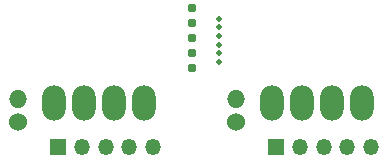
<source format=gbr>
%TF.GenerationSoftware,KiCad,Pcbnew,(6.99.0-4085-g6c752680d7)*%
%TF.CreationDate,2022-11-08T23:05:40+08:00*%
%TF.ProjectId,evq,6576712e-6b69-4636-9164-5f7063625858,rev?*%
%TF.SameCoordinates,Original*%
%TF.FileFunction,Soldermask,Top*%
%TF.FilePolarity,Negative*%
%FSLAX46Y46*%
G04 Gerber Fmt 4.6, Leading zero omitted, Abs format (unit mm)*
G04 Created by KiCad (PCBNEW (6.99.0-4085-g6c752680d7)) date 2022-11-08 23:05:40*
%MOMM*%
%LPD*%
G01*
G04 APERTURE LIST*
%ADD10C,0.787400*%
%ADD11C,0.500000*%
%ADD12O,1.350000X1.350000*%
%ADD13R,1.350000X1.350000*%
%ADD14O,1.524000X1.524000*%
%ADD15C,1.524000*%
%ADD16O,2.000000X3.000000*%
G04 APERTURE END LIST*
D10*
%TO.C,REF\u002A\u002A*%
X92406107Y-101994428D03*
X92406107Y-100724428D03*
X92406107Y-99454428D03*
X92406107Y-103264428D03*
X92406107Y-104534428D03*
%TD*%
D11*
%TO.C,REF\u002A\u002A*%
X94710107Y-103304428D03*
X94710107Y-100344428D03*
X94710107Y-102564428D03*
X94710107Y-101824428D03*
X94710107Y-104044428D03*
X94710107Y-101084428D03*
%TD*%
D12*
%TO.C,J2*%
X107565031Y-111239994D03*
X105565031Y-111239994D03*
X103565031Y-111239994D03*
X101565031Y-111239994D03*
D13*
X99565031Y-111239994D03*
%TD*%
D14*
%TO.C,SW1*%
X77709982Y-107139986D03*
D15*
X77709983Y-109139987D03*
D16*
X88329982Y-107489986D03*
X85789982Y-107489986D03*
X83249982Y-107489986D03*
X80709982Y-107489986D03*
%TD*%
D14*
%TO.C,SW2*%
X96165017Y-107139986D03*
D15*
X96165018Y-109139987D03*
D16*
X106785017Y-107489986D03*
X104245017Y-107489986D03*
X101705017Y-107489986D03*
X99165017Y-107489986D03*
%TD*%
D12*
%TO.C,J1*%
X89109996Y-111239994D03*
X87109996Y-111239994D03*
X85109996Y-111239994D03*
X83109996Y-111239994D03*
D13*
X81109996Y-111239994D03*
%TD*%
M02*

</source>
